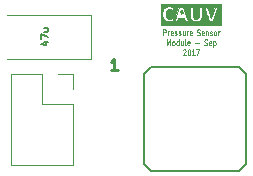
<source format=gto>
G04 #@! TF.FileFunction,Legend,Top*
%FSLAX46Y46*%
G04 Gerber Fmt 4.6, Leading zero omitted, Abs format (unit mm)*
G04 Created by KiCad (PCBNEW 4.0.6) date 10/01/17 10:03:43*
%MOMM*%
%LPD*%
G01*
G04 APERTURE LIST*
%ADD10C,0.100000*%
%ADD11C,0.250000*%
%ADD12C,0.150000*%
%ADD13C,0.120000*%
%ADD14C,0.010000*%
G04 APERTURE END LIST*
D10*
X146138095Y-101476190D02*
X146138095Y-100976190D01*
X146290476Y-100976190D01*
X146328571Y-101000000D01*
X146347619Y-101023810D01*
X146366667Y-101071429D01*
X146366667Y-101142857D01*
X146347619Y-101190476D01*
X146328571Y-101214286D01*
X146290476Y-101238095D01*
X146138095Y-101238095D01*
X146538095Y-101476190D02*
X146538095Y-101142857D01*
X146538095Y-101238095D02*
X146557143Y-101190476D01*
X146576190Y-101166667D01*
X146614286Y-101142857D01*
X146652381Y-101142857D01*
X146938095Y-101452381D02*
X146900000Y-101476190D01*
X146823809Y-101476190D01*
X146785714Y-101452381D01*
X146766666Y-101404762D01*
X146766666Y-101214286D01*
X146785714Y-101166667D01*
X146823809Y-101142857D01*
X146900000Y-101142857D01*
X146938095Y-101166667D01*
X146957143Y-101214286D01*
X146957143Y-101261905D01*
X146766666Y-101309524D01*
X147109523Y-101452381D02*
X147147619Y-101476190D01*
X147223809Y-101476190D01*
X147261904Y-101452381D01*
X147280952Y-101404762D01*
X147280952Y-101380952D01*
X147261904Y-101333333D01*
X147223809Y-101309524D01*
X147166666Y-101309524D01*
X147128571Y-101285714D01*
X147109523Y-101238095D01*
X147109523Y-101214286D01*
X147128571Y-101166667D01*
X147166666Y-101142857D01*
X147223809Y-101142857D01*
X147261904Y-101166667D01*
X147433333Y-101452381D02*
X147471429Y-101476190D01*
X147547619Y-101476190D01*
X147585714Y-101452381D01*
X147604762Y-101404762D01*
X147604762Y-101380952D01*
X147585714Y-101333333D01*
X147547619Y-101309524D01*
X147490476Y-101309524D01*
X147452381Y-101285714D01*
X147433333Y-101238095D01*
X147433333Y-101214286D01*
X147452381Y-101166667D01*
X147490476Y-101142857D01*
X147547619Y-101142857D01*
X147585714Y-101166667D01*
X147947620Y-101142857D02*
X147947620Y-101476190D01*
X147776191Y-101142857D02*
X147776191Y-101404762D01*
X147795239Y-101452381D01*
X147833334Y-101476190D01*
X147890477Y-101476190D01*
X147928572Y-101452381D01*
X147947620Y-101428571D01*
X148138096Y-101476190D02*
X148138096Y-101142857D01*
X148138096Y-101238095D02*
X148157144Y-101190476D01*
X148176191Y-101166667D01*
X148214287Y-101142857D01*
X148252382Y-101142857D01*
X148538096Y-101452381D02*
X148500001Y-101476190D01*
X148423810Y-101476190D01*
X148385715Y-101452381D01*
X148366667Y-101404762D01*
X148366667Y-101214286D01*
X148385715Y-101166667D01*
X148423810Y-101142857D01*
X148500001Y-101142857D01*
X148538096Y-101166667D01*
X148557144Y-101214286D01*
X148557144Y-101261905D01*
X148366667Y-101309524D01*
X149014286Y-101452381D02*
X149071429Y-101476190D01*
X149166667Y-101476190D01*
X149204763Y-101452381D01*
X149223810Y-101428571D01*
X149242858Y-101380952D01*
X149242858Y-101333333D01*
X149223810Y-101285714D01*
X149204763Y-101261905D01*
X149166667Y-101238095D01*
X149090477Y-101214286D01*
X149052382Y-101190476D01*
X149033334Y-101166667D01*
X149014286Y-101119048D01*
X149014286Y-101071429D01*
X149033334Y-101023810D01*
X149052382Y-101000000D01*
X149090477Y-100976190D01*
X149185715Y-100976190D01*
X149242858Y-101000000D01*
X149566667Y-101452381D02*
X149528572Y-101476190D01*
X149452381Y-101476190D01*
X149414286Y-101452381D01*
X149395238Y-101404762D01*
X149395238Y-101214286D01*
X149414286Y-101166667D01*
X149452381Y-101142857D01*
X149528572Y-101142857D01*
X149566667Y-101166667D01*
X149585715Y-101214286D01*
X149585715Y-101261905D01*
X149395238Y-101309524D01*
X149757143Y-101142857D02*
X149757143Y-101476190D01*
X149757143Y-101190476D02*
X149776191Y-101166667D01*
X149814286Y-101142857D01*
X149871429Y-101142857D01*
X149909524Y-101166667D01*
X149928572Y-101214286D01*
X149928572Y-101476190D01*
X150100000Y-101452381D02*
X150138096Y-101476190D01*
X150214286Y-101476190D01*
X150252381Y-101452381D01*
X150271429Y-101404762D01*
X150271429Y-101380952D01*
X150252381Y-101333333D01*
X150214286Y-101309524D01*
X150157143Y-101309524D01*
X150119048Y-101285714D01*
X150100000Y-101238095D01*
X150100000Y-101214286D01*
X150119048Y-101166667D01*
X150157143Y-101142857D01*
X150214286Y-101142857D01*
X150252381Y-101166667D01*
X150500001Y-101476190D02*
X150461906Y-101452381D01*
X150442858Y-101428571D01*
X150423810Y-101380952D01*
X150423810Y-101238095D01*
X150442858Y-101190476D01*
X150461906Y-101166667D01*
X150500001Y-101142857D01*
X150557144Y-101142857D01*
X150595239Y-101166667D01*
X150614287Y-101190476D01*
X150633334Y-101238095D01*
X150633334Y-101380952D01*
X150614287Y-101428571D01*
X150595239Y-101452381D01*
X150557144Y-101476190D01*
X150500001Y-101476190D01*
X150804763Y-101476190D02*
X150804763Y-101142857D01*
X150804763Y-101238095D02*
X150823811Y-101190476D01*
X150842858Y-101166667D01*
X150880954Y-101142857D01*
X150919049Y-101142857D01*
X146452381Y-102326190D02*
X146452381Y-101826190D01*
X146585714Y-102183333D01*
X146719048Y-101826190D01*
X146719048Y-102326190D01*
X146966667Y-102326190D02*
X146928572Y-102302381D01*
X146909524Y-102278571D01*
X146890476Y-102230952D01*
X146890476Y-102088095D01*
X146909524Y-102040476D01*
X146928572Y-102016667D01*
X146966667Y-101992857D01*
X147023810Y-101992857D01*
X147061905Y-102016667D01*
X147080953Y-102040476D01*
X147100000Y-102088095D01*
X147100000Y-102230952D01*
X147080953Y-102278571D01*
X147061905Y-102302381D01*
X147023810Y-102326190D01*
X146966667Y-102326190D01*
X147442858Y-102326190D02*
X147442858Y-101826190D01*
X147442858Y-102302381D02*
X147404762Y-102326190D01*
X147328572Y-102326190D01*
X147290477Y-102302381D01*
X147271429Y-102278571D01*
X147252381Y-102230952D01*
X147252381Y-102088095D01*
X147271429Y-102040476D01*
X147290477Y-102016667D01*
X147328572Y-101992857D01*
X147404762Y-101992857D01*
X147442858Y-102016667D01*
X147804763Y-101992857D02*
X147804763Y-102326190D01*
X147633334Y-101992857D02*
X147633334Y-102254762D01*
X147652382Y-102302381D01*
X147690477Y-102326190D01*
X147747620Y-102326190D01*
X147785715Y-102302381D01*
X147804763Y-102278571D01*
X148052382Y-102326190D02*
X148014287Y-102302381D01*
X147995239Y-102254762D01*
X147995239Y-101826190D01*
X148357144Y-102302381D02*
X148319049Y-102326190D01*
X148242858Y-102326190D01*
X148204763Y-102302381D01*
X148185715Y-102254762D01*
X148185715Y-102064286D01*
X148204763Y-102016667D01*
X148242858Y-101992857D01*
X148319049Y-101992857D01*
X148357144Y-102016667D01*
X148376192Y-102064286D01*
X148376192Y-102111905D01*
X148185715Y-102159524D01*
X148852382Y-102135714D02*
X149157144Y-102135714D01*
X149633334Y-102302381D02*
X149690477Y-102326190D01*
X149785715Y-102326190D01*
X149823811Y-102302381D01*
X149842858Y-102278571D01*
X149861906Y-102230952D01*
X149861906Y-102183333D01*
X149842858Y-102135714D01*
X149823811Y-102111905D01*
X149785715Y-102088095D01*
X149709525Y-102064286D01*
X149671430Y-102040476D01*
X149652382Y-102016667D01*
X149633334Y-101969048D01*
X149633334Y-101921429D01*
X149652382Y-101873810D01*
X149671430Y-101850000D01*
X149709525Y-101826190D01*
X149804763Y-101826190D01*
X149861906Y-101850000D01*
X150185715Y-102302381D02*
X150147620Y-102326190D01*
X150071429Y-102326190D01*
X150033334Y-102302381D01*
X150014286Y-102254762D01*
X150014286Y-102064286D01*
X150033334Y-102016667D01*
X150071429Y-101992857D01*
X150147620Y-101992857D01*
X150185715Y-102016667D01*
X150204763Y-102064286D01*
X150204763Y-102111905D01*
X150014286Y-102159524D01*
X150376191Y-101992857D02*
X150376191Y-102492857D01*
X150376191Y-102016667D02*
X150414286Y-101992857D01*
X150490477Y-101992857D01*
X150528572Y-102016667D01*
X150547620Y-102040476D01*
X150566667Y-102088095D01*
X150566667Y-102230952D01*
X150547620Y-102278571D01*
X150528572Y-102302381D01*
X150490477Y-102326190D01*
X150414286Y-102326190D01*
X150376191Y-102302381D01*
X147814286Y-102723810D02*
X147833334Y-102700000D01*
X147871429Y-102676190D01*
X147966667Y-102676190D01*
X148004763Y-102700000D01*
X148023810Y-102723810D01*
X148042858Y-102771429D01*
X148042858Y-102819048D01*
X148023810Y-102890476D01*
X147795239Y-103176190D01*
X148042858Y-103176190D01*
X148290477Y-102676190D02*
X148328572Y-102676190D01*
X148366667Y-102700000D01*
X148385715Y-102723810D01*
X148404762Y-102771429D01*
X148423810Y-102866667D01*
X148423810Y-102985714D01*
X148404762Y-103080952D01*
X148385715Y-103128571D01*
X148366667Y-103152381D01*
X148328572Y-103176190D01*
X148290477Y-103176190D01*
X148252381Y-103152381D01*
X148233334Y-103128571D01*
X148214286Y-103080952D01*
X148195238Y-102985714D01*
X148195238Y-102866667D01*
X148214286Y-102771429D01*
X148233334Y-102723810D01*
X148252381Y-102700000D01*
X148290477Y-102676190D01*
X148804762Y-103176190D02*
X148576190Y-103176190D01*
X148690476Y-103176190D02*
X148690476Y-102676190D01*
X148652381Y-102747619D01*
X148614286Y-102795238D01*
X148576190Y-102819048D01*
X148938095Y-102676190D02*
X149204762Y-102676190D01*
X149033333Y-103176190D01*
D11*
X142285715Y-104452381D02*
X141714286Y-104452381D01*
X142000000Y-104452381D02*
X142000000Y-103452381D01*
X141904762Y-103595238D01*
X141809524Y-103690476D01*
X141714286Y-103738095D01*
D12*
X136015429Y-102042857D02*
X136415429Y-102042857D01*
X135786857Y-102185714D02*
X136215429Y-102328571D01*
X136215429Y-101957143D01*
X135815429Y-101785714D02*
X135815429Y-101385714D01*
X136415429Y-101642857D01*
X136015429Y-100899999D02*
X136415429Y-100899999D01*
X136015429Y-101157142D02*
X136329714Y-101157142D01*
X136386857Y-101128570D01*
X136415429Y-101071428D01*
X136415429Y-100985713D01*
X136386857Y-100928570D01*
X136358286Y-100899999D01*
D13*
X139990000Y-103450000D02*
X132890000Y-103450000D01*
X139990000Y-99750000D02*
X132890000Y-99750000D01*
X139990000Y-103450000D02*
X139990000Y-99750000D01*
X138490000Y-107315000D02*
X138490000Y-112455000D01*
X138490000Y-112455000D02*
X133290000Y-112455000D01*
X133290000Y-112455000D02*
X133290000Y-104715000D01*
X133290000Y-104715000D02*
X135890000Y-104715000D01*
X135890000Y-104715000D02*
X135890000Y-107315000D01*
X135890000Y-107315000D02*
X138490000Y-107315000D01*
X138490000Y-106045000D02*
X138490000Y-104715000D01*
X138490000Y-104715000D02*
X137220000Y-104715000D01*
D12*
X153145000Y-104760000D02*
X153145000Y-112360000D01*
X153145000Y-104760000D02*
X152545000Y-104160000D01*
X145145000Y-104160000D02*
X152545000Y-104160000D01*
X144545000Y-104760000D02*
X145145000Y-104160000D01*
X144545000Y-112360000D02*
X144545000Y-104760000D01*
X145145000Y-112960000D02*
X144545000Y-112360000D01*
X152545000Y-112960000D02*
X145145000Y-112960000D01*
X153145000Y-112360000D02*
X152545000Y-112960000D01*
D14*
G36*
X151040000Y-100563600D02*
X145960000Y-100563600D01*
X145960000Y-99671897D01*
X146067277Y-99671897D01*
X146077243Y-99810720D01*
X146099105Y-99935486D01*
X146126135Y-100016095D01*
X146213103Y-100143908D01*
X146332096Y-100236711D01*
X146475708Y-100291524D01*
X146636533Y-100305363D01*
X146785500Y-100281533D01*
X146857164Y-100253910D01*
X147102595Y-100253910D01*
X147121796Y-100275531D01*
X147182360Y-100280814D01*
X147210785Y-100279310D01*
X147273067Y-100272276D01*
X147310775Y-100254331D01*
X147337590Y-100213011D01*
X147366683Y-100137272D01*
X147414794Y-100003044D01*
X147654996Y-100010272D01*
X147895197Y-100017500D01*
X147937248Y-100144500D01*
X147963659Y-100218408D01*
X147989767Y-100256945D01*
X148031133Y-100272999D01*
X148099950Y-100279241D01*
X148173478Y-100281203D01*
X148208880Y-100272073D01*
X148218320Y-100247930D01*
X148218174Y-100241141D01*
X148209557Y-100204888D01*
X148186686Y-100127930D01*
X148151892Y-100017577D01*
X148107506Y-99881141D01*
X148055860Y-99725932D01*
X148021324Y-99623800D01*
X147826900Y-99052300D01*
X147497324Y-99052300D01*
X147393059Y-99357100D01*
X147306924Y-99609895D01*
X147237039Y-99817256D01*
X147182619Y-99981610D01*
X147142879Y-100105380D01*
X147117034Y-100190992D01*
X147104297Y-100240871D01*
X147102595Y-100253910D01*
X146857164Y-100253910D01*
X146890546Y-100241043D01*
X146951716Y-100185970D01*
X146975252Y-100110031D01*
X146976000Y-100089763D01*
X146973395Y-100032543D01*
X146967028Y-100005193D01*
X146966073Y-100004800D01*
X146939163Y-100014374D01*
X146881965Y-100038706D01*
X146845423Y-100055042D01*
X146705754Y-100099460D01*
X146584865Y-100096906D01*
X146481567Y-100047115D01*
X146398912Y-99956223D01*
X146365221Y-99894160D01*
X146347353Y-99823156D01*
X146341193Y-99724683D01*
X146341000Y-99695427D01*
X146352551Y-99535253D01*
X146388907Y-99413498D01*
X146452621Y-99322912D01*
X146481047Y-99297864D01*
X146575466Y-99253353D01*
X146688187Y-99244745D01*
X146801371Y-99272243D01*
X146843263Y-99293694D01*
X146916001Y-99333121D01*
X146956426Y-99337801D01*
X146972058Y-99304517D01*
X146971110Y-99238989D01*
X146953122Y-99151916D01*
X146909236Y-99093809D01*
X146899439Y-99086101D01*
X146813135Y-99045948D01*
X146779615Y-99039600D01*
X148398400Y-99039600D01*
X148398541Y-99477750D01*
X148400093Y-99629289D01*
X148404298Y-99769739D01*
X148410626Y-99888395D01*
X148418549Y-99974552D01*
X148424845Y-100010100D01*
X148482045Y-100127237D01*
X148576703Y-100217925D01*
X148701164Y-100279066D01*
X148847771Y-100307565D01*
X149008868Y-100300325D01*
X149095708Y-100281440D01*
X149210228Y-100225930D01*
X149308502Y-100134809D01*
X149375353Y-100023255D01*
X149386240Y-99990908D01*
X149395696Y-99931577D01*
X149403796Y-99832584D01*
X149409947Y-99705061D01*
X149413556Y-99560141D01*
X149414258Y-99465050D01*
X149414394Y-99054767D01*
X149610899Y-99054767D01*
X149615473Y-99080777D01*
X149634136Y-99146818D01*
X149664242Y-99244952D01*
X149703150Y-99367245D01*
X149748216Y-99505759D01*
X149796796Y-99652560D01*
X149846249Y-99799711D01*
X149893931Y-99939276D01*
X149937198Y-100063320D01*
X149973408Y-100163906D01*
X149999918Y-100233099D01*
X150012619Y-100260934D01*
X150043894Y-100273482D01*
X150109977Y-100281929D01*
X150174936Y-100284200D01*
X150262549Y-100281111D01*
X150311559Y-100269652D01*
X150333909Y-100246536D01*
X150336377Y-100239750D01*
X150348336Y-100203748D01*
X150374461Y-100127191D01*
X150412197Y-100017494D01*
X150458990Y-99882071D01*
X150512285Y-99728338D01*
X150542539Y-99641268D01*
X150597467Y-99482261D01*
X150646298Y-99338895D01*
X150686674Y-99218252D01*
X150716242Y-99127415D01*
X150732643Y-99073469D01*
X150735200Y-99062026D01*
X150712364Y-99048477D01*
X150653321Y-99043331D01*
X150614550Y-99044558D01*
X150493900Y-99052300D01*
X150401402Y-99344400D01*
X150357781Y-99483386D01*
X150312986Y-99628176D01*
X150273142Y-99758873D01*
X150250880Y-99833350D01*
X150222137Y-99924566D01*
X150196933Y-99993343D01*
X150179624Y-100028123D01*
X150176665Y-100030200D01*
X150163005Y-100007511D01*
X150140453Y-99946952D01*
X150113032Y-99859784D01*
X150101787Y-99820650D01*
X150068709Y-99705256D01*
X150026758Y-99562780D01*
X149982273Y-99414609D01*
X149954993Y-99325349D01*
X149866887Y-99039599D01*
X149746477Y-99039599D01*
X149672406Y-99042548D01*
X149621703Y-99050025D01*
X149610899Y-99054767D01*
X149414394Y-99054767D01*
X149414400Y-99039600D01*
X149160400Y-99039600D01*
X149160400Y-99957907D01*
X149086153Y-100032153D01*
X149017526Y-100085562D01*
X148940731Y-100105241D01*
X148906400Y-100106400D01*
X148819794Y-100095690D01*
X148751635Y-100055497D01*
X148726646Y-100032153D01*
X148652400Y-99957907D01*
X148652400Y-99039600D01*
X148398400Y-99039600D01*
X146779615Y-99039600D01*
X146697540Y-99024057D01*
X146571506Y-99022477D01*
X146468000Y-99039228D01*
X146354060Y-99091792D01*
X146244719Y-99180666D01*
X146153343Y-99292117D01*
X146093297Y-99412418D01*
X146088057Y-99429523D01*
X146070462Y-99538378D01*
X146067277Y-99671897D01*
X145960000Y-99671897D01*
X145960000Y-98861800D01*
X151040000Y-98861800D01*
X151040000Y-100563600D01*
X151040000Y-100563600D01*
G37*
X151040000Y-100563600D02*
X145960000Y-100563600D01*
X145960000Y-99671897D01*
X146067277Y-99671897D01*
X146077243Y-99810720D01*
X146099105Y-99935486D01*
X146126135Y-100016095D01*
X146213103Y-100143908D01*
X146332096Y-100236711D01*
X146475708Y-100291524D01*
X146636533Y-100305363D01*
X146785500Y-100281533D01*
X146857164Y-100253910D01*
X147102595Y-100253910D01*
X147121796Y-100275531D01*
X147182360Y-100280814D01*
X147210785Y-100279310D01*
X147273067Y-100272276D01*
X147310775Y-100254331D01*
X147337590Y-100213011D01*
X147366683Y-100137272D01*
X147414794Y-100003044D01*
X147654996Y-100010272D01*
X147895197Y-100017500D01*
X147937248Y-100144500D01*
X147963659Y-100218408D01*
X147989767Y-100256945D01*
X148031133Y-100272999D01*
X148099950Y-100279241D01*
X148173478Y-100281203D01*
X148208880Y-100272073D01*
X148218320Y-100247930D01*
X148218174Y-100241141D01*
X148209557Y-100204888D01*
X148186686Y-100127930D01*
X148151892Y-100017577D01*
X148107506Y-99881141D01*
X148055860Y-99725932D01*
X148021324Y-99623800D01*
X147826900Y-99052300D01*
X147497324Y-99052300D01*
X147393059Y-99357100D01*
X147306924Y-99609895D01*
X147237039Y-99817256D01*
X147182619Y-99981610D01*
X147142879Y-100105380D01*
X147117034Y-100190992D01*
X147104297Y-100240871D01*
X147102595Y-100253910D01*
X146857164Y-100253910D01*
X146890546Y-100241043D01*
X146951716Y-100185970D01*
X146975252Y-100110031D01*
X146976000Y-100089763D01*
X146973395Y-100032543D01*
X146967028Y-100005193D01*
X146966073Y-100004800D01*
X146939163Y-100014374D01*
X146881965Y-100038706D01*
X146845423Y-100055042D01*
X146705754Y-100099460D01*
X146584865Y-100096906D01*
X146481567Y-100047115D01*
X146398912Y-99956223D01*
X146365221Y-99894160D01*
X146347353Y-99823156D01*
X146341193Y-99724683D01*
X146341000Y-99695427D01*
X146352551Y-99535253D01*
X146388907Y-99413498D01*
X146452621Y-99322912D01*
X146481047Y-99297864D01*
X146575466Y-99253353D01*
X146688187Y-99244745D01*
X146801371Y-99272243D01*
X146843263Y-99293694D01*
X146916001Y-99333121D01*
X146956426Y-99337801D01*
X146972058Y-99304517D01*
X146971110Y-99238989D01*
X146953122Y-99151916D01*
X146909236Y-99093809D01*
X146899439Y-99086101D01*
X146813135Y-99045948D01*
X146779615Y-99039600D01*
X148398400Y-99039600D01*
X148398541Y-99477750D01*
X148400093Y-99629289D01*
X148404298Y-99769739D01*
X148410626Y-99888395D01*
X148418549Y-99974552D01*
X148424845Y-100010100D01*
X148482045Y-100127237D01*
X148576703Y-100217925D01*
X148701164Y-100279066D01*
X148847771Y-100307565D01*
X149008868Y-100300325D01*
X149095708Y-100281440D01*
X149210228Y-100225930D01*
X149308502Y-100134809D01*
X149375353Y-100023255D01*
X149386240Y-99990908D01*
X149395696Y-99931577D01*
X149403796Y-99832584D01*
X149409947Y-99705061D01*
X149413556Y-99560141D01*
X149414258Y-99465050D01*
X149414394Y-99054767D01*
X149610899Y-99054767D01*
X149615473Y-99080777D01*
X149634136Y-99146818D01*
X149664242Y-99244952D01*
X149703150Y-99367245D01*
X149748216Y-99505759D01*
X149796796Y-99652560D01*
X149846249Y-99799711D01*
X149893931Y-99939276D01*
X149937198Y-100063320D01*
X149973408Y-100163906D01*
X149999918Y-100233099D01*
X150012619Y-100260934D01*
X150043894Y-100273482D01*
X150109977Y-100281929D01*
X150174936Y-100284200D01*
X150262549Y-100281111D01*
X150311559Y-100269652D01*
X150333909Y-100246536D01*
X150336377Y-100239750D01*
X150348336Y-100203748D01*
X150374461Y-100127191D01*
X150412197Y-100017494D01*
X150458990Y-99882071D01*
X150512285Y-99728338D01*
X150542539Y-99641268D01*
X150597467Y-99482261D01*
X150646298Y-99338895D01*
X150686674Y-99218252D01*
X150716242Y-99127415D01*
X150732643Y-99073469D01*
X150735200Y-99062026D01*
X150712364Y-99048477D01*
X150653321Y-99043331D01*
X150614550Y-99044558D01*
X150493900Y-99052300D01*
X150401402Y-99344400D01*
X150357781Y-99483386D01*
X150312986Y-99628176D01*
X150273142Y-99758873D01*
X150250880Y-99833350D01*
X150222137Y-99924566D01*
X150196933Y-99993343D01*
X150179624Y-100028123D01*
X150176665Y-100030200D01*
X150163005Y-100007511D01*
X150140453Y-99946952D01*
X150113032Y-99859784D01*
X150101787Y-99820650D01*
X150068709Y-99705256D01*
X150026758Y-99562780D01*
X149982273Y-99414609D01*
X149954993Y-99325349D01*
X149866887Y-99039599D01*
X149746477Y-99039599D01*
X149672406Y-99042548D01*
X149621703Y-99050025D01*
X149610899Y-99054767D01*
X149414394Y-99054767D01*
X149414400Y-99039600D01*
X149160400Y-99039600D01*
X149160400Y-99957907D01*
X149086153Y-100032153D01*
X149017526Y-100085562D01*
X148940731Y-100105241D01*
X148906400Y-100106400D01*
X148819794Y-100095690D01*
X148751635Y-100055497D01*
X148726646Y-100032153D01*
X148652400Y-99957907D01*
X148652400Y-99039600D01*
X148398400Y-99039600D01*
X146779615Y-99039600D01*
X146697540Y-99024057D01*
X146571506Y-99022477D01*
X146468000Y-99039228D01*
X146354060Y-99091792D01*
X146244719Y-99180666D01*
X146153343Y-99292117D01*
X146093297Y-99412418D01*
X146088057Y-99429523D01*
X146070462Y-99538378D01*
X146067277Y-99671897D01*
X145960000Y-99671897D01*
X145960000Y-98861800D01*
X151040000Y-98861800D01*
X151040000Y-100563600D01*
G36*
X147636400Y-99636500D02*
X147623700Y-99649200D01*
X147611000Y-99636500D01*
X147623700Y-99623800D01*
X147636400Y-99636500D01*
X147636400Y-99636500D01*
G37*
X147636400Y-99636500D02*
X147623700Y-99649200D01*
X147611000Y-99636500D01*
X147623700Y-99623800D01*
X147636400Y-99636500D01*
G36*
X147712600Y-99611100D02*
X147699900Y-99623800D01*
X147687200Y-99611100D01*
X147699900Y-99598400D01*
X147712600Y-99611100D01*
X147712600Y-99611100D01*
G37*
X147712600Y-99611100D02*
X147699900Y-99623800D01*
X147687200Y-99611100D01*
X147699900Y-99598400D01*
X147712600Y-99611100D01*
G36*
X147661800Y-99534900D02*
X147686031Y-99557724D01*
X147687200Y-99561799D01*
X147667548Y-99572708D01*
X147661800Y-99573000D01*
X147637376Y-99553473D01*
X147636400Y-99546100D01*
X147651960Y-99530931D01*
X147661800Y-99534900D01*
X147661800Y-99534900D01*
G37*
X147661800Y-99534900D02*
X147686031Y-99557724D01*
X147687200Y-99561799D01*
X147667548Y-99572708D01*
X147661800Y-99573000D01*
X147637376Y-99553473D01*
X147636400Y-99546100D01*
X147651960Y-99530931D01*
X147661800Y-99534900D01*
G36*
X147788061Y-99541528D02*
X147788800Y-99547600D01*
X147769471Y-99572261D01*
X147763400Y-99573000D01*
X147738738Y-99553671D01*
X147738000Y-99547600D01*
X147757328Y-99522938D01*
X147763400Y-99522200D01*
X147788061Y-99541528D01*
X147788061Y-99541528D01*
G37*
X147788061Y-99541528D02*
X147788800Y-99547600D01*
X147769471Y-99572261D01*
X147763400Y-99573000D01*
X147738738Y-99553671D01*
X147738000Y-99547600D01*
X147757328Y-99522938D01*
X147763400Y-99522200D01*
X147788061Y-99541528D01*
G36*
X147623700Y-99446000D02*
X147625546Y-99488108D01*
X147616733Y-99501226D01*
X147585596Y-99510341D01*
X147572900Y-99496800D01*
X147571053Y-99454691D01*
X147579866Y-99441573D01*
X147611003Y-99432458D01*
X147623700Y-99446000D01*
X147623700Y-99446000D01*
G37*
X147623700Y-99446000D02*
X147625546Y-99488108D01*
X147616733Y-99501226D01*
X147585596Y-99510341D01*
X147572900Y-99496800D01*
X147571053Y-99454691D01*
X147579866Y-99441573D01*
X147611003Y-99432458D01*
X147623700Y-99446000D01*
G36*
X147735310Y-99441195D02*
X147738000Y-99458700D01*
X147722401Y-99493730D01*
X147687332Y-99487453D01*
X147679423Y-99480557D01*
X147674287Y-99448894D01*
X147700031Y-99423222D01*
X147714099Y-99420600D01*
X147735310Y-99441195D01*
X147735310Y-99441195D01*
G37*
X147735310Y-99441195D02*
X147738000Y-99458700D01*
X147722401Y-99493730D01*
X147687332Y-99487453D01*
X147679423Y-99480557D01*
X147674287Y-99448894D01*
X147700031Y-99423222D01*
X147714099Y-99420600D01*
X147735310Y-99441195D01*
G36*
X147705671Y-99314748D02*
X147712600Y-99344400D01*
X147694524Y-99385262D01*
X147656027Y-99394187D01*
X147623700Y-99369800D01*
X147620389Y-99327196D01*
X147653420Y-99297417D01*
X147675999Y-99293600D01*
X147705671Y-99314748D01*
X147705671Y-99314748D01*
G37*
X147705671Y-99314748D02*
X147712600Y-99344400D01*
X147694524Y-99385262D01*
X147656027Y-99394187D01*
X147623700Y-99369800D01*
X147620389Y-99327196D01*
X147653420Y-99297417D01*
X147675999Y-99293600D01*
X147705671Y-99314748D01*
M02*

</source>
